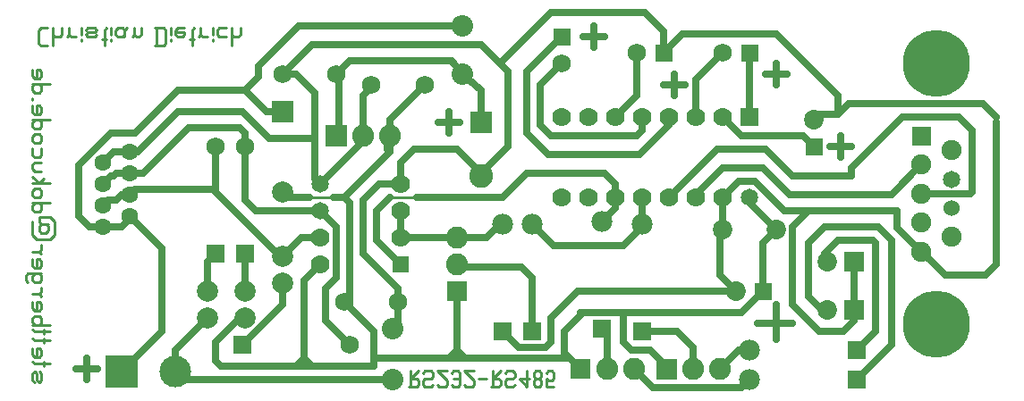
<source format=gbr>
G04 start of page 2 for group 0 idx 0
G04 Title: (unknown), Kupfer unten *
G04 Creator: pcb 20080202 *
G04 CreationDate: Mi 16 Sep 2009 19:53:06 GMT UTC *
G04 For: stettberger *
G04 Format: Gerber/RS-274X *
G04 PCB-Dimensions: 382677 150394 *
G04 PCB-Coordinate-Origin: lower left *
%MOIN*%
%FSLAX24Y24*%
%LNBACK*%
%ADD11C,0.0250*%
%ADD12C,0.0200*%
%ADD13C,0.0100*%
%ADD14C,0.2500*%
%ADD15C,0.0750*%
%ADD16C,0.0650*%
%ADD17C,0.0600*%
%ADD18C,0.0680*%
%ADD19C,0.0700*%
%ADD20C,0.0730*%
%ADD21C,0.0820*%
%ADD22C,0.0780*%
%ADD23C,0.1181*%
%ADD24C,0.0787*%
%ADD25C,0.0887*%
%ADD26C,0.0630*%
%ADD27C,0.0800*%
%ADD28C,0.0380*%
%ADD29C,0.0315*%
%ADD30C,0.1250*%
%ADD31C,0.0350*%
%ADD32C,0.0280*%
%ADD33C,0.0420*%
%ADD34C,0.0400*%
%ADD35C,0.0394*%
%ADD36C,0.0591*%
%ADD37C,0.1279*%
%ADD38C,0.0355*%
G54D11*X13200Y10039D02*Y10239D01*
X14300Y3039D03*
G54D12*G36*
X17100Y2039D02*X16300D01*
X16700Y2439D01*
X17100Y2039D01*
G37*
G36*
X11400Y1739D02*X10600D01*
X11000Y2139D01*
X11400Y1739D01*
G37*
G54D11*X30900Y6339D02*X30400Y5839D01*
X28100Y6239D02*Y4439D01*
X26500Y6639D02*Y5039D01*
X27100Y4439D01*
X30400Y5839D02*Y5539D01*
X29200Y3939D02*Y6839D01*
X27900Y3239D02*X29200D01*
X30300Y3739D02*X30500D01*
X30200Y2939D02*X29200Y3939D01*
X28200Y9739D02*X26400D01*
X28100Y9039D02*X26600D01*
X27800Y8539D02*X28900Y7439D01*
X27600Y7939D02*Y7739D01*
X29100Y8039D02*X28100Y9039D01*
X29200Y8739D02*X28200Y9739D01*
X27200Y8539D02*X27800D01*
X26600Y7939D02*X27200Y8539D01*
X26600Y9039D02*X25600Y8039D01*
X26400Y9739D02*X24600Y7939D01*
X25600Y8039D02*Y7939D01*
X27300Y10239D02*X29600D01*
X28200Y12539D02*X29000D01*
X28600Y12939D02*Y12139D01*
X26600Y10939D02*X27300Y10239D01*
X25600Y12339D02*Y10939D01*
X24800Y12539D02*Y11739D01*
X32200Y6339D02*X30900D01*
X33100Y7439D02*X31350D01*
X32400Y6839D02*X30400D01*
X32900Y6339D02*X32400Y6839D01*
X33100Y6819D02*Y7439D01*
X32880Y8039D02*X29100D01*
X31400Y8739D02*X29200D01*
X34000Y8079D02*X35840D01*
X34000Y9159D02*X32880Y8039D01*
X31400Y9039D02*Y8739D01*
X29200Y6839D02*X29800Y7439D01*
X28900D02*X31300D01*
X30400Y6839D02*X29800Y6239D01*
X31400Y5539D02*X31500Y5439D01*
X29800Y6239D02*Y4239D01*
X32300Y2939D02*Y6239D01*
X32200Y6339D01*
X31100Y2939D02*X30200D01*
X31500Y3339D02*X31100Y2939D01*
X29800Y4239D02*X30300Y3739D01*
X31500Y5439D02*Y3439D01*
X32900Y2439D02*Y6339D01*
X31600Y1139D02*X32900Y2439D01*
X31600Y2239D02*X32300Y2939D01*
X35900Y8139D02*Y10439D01*
X34880Y5039D02*X36400D01*
X36800Y5439D01*
X36300Y11439D02*X36800Y10939D01*
Y10739D02*Y5439D01*
X35400Y10939D02*X33300D01*
X33000Y11439D02*X36300D01*
X35900Y10439D02*X35400Y10939D01*
X34880Y5039D02*X33100Y6819D01*
X30600Y9839D02*X31400D01*
X31000Y10239D02*Y9439D01*
X33300Y10939D02*X31400Y9039D01*
X30200Y11039D02*X30900D01*
X32900Y11439D02*X31300D01*
X30000Y10839D02*X30200Y11039D01*
X29600Y10239D02*X30000Y9839D01*
X30900Y11339D02*Y11039D01*
Y11739D02*Y11389D01*
Y11039D02*X31300Y11439D01*
X30900Y11539D02*Y11139D01*
X24600Y10639D02*X23500Y9539D01*
X20200Y10239D02*X23400D01*
X23600Y10439D01*
X24600Y10939D02*Y10639D01*
X23600Y10939D02*Y10439D01*
X17800Y6439D02*X18400Y7039D01*
X19500Y6939D02*X20300Y6139D01*
X22200Y8839D02*X22600Y8439D01*
X23600Y6939D02*Y8039D01*
Y6839D02*Y7039D01*
X22100D02*X22600Y7539D01*
Y8439D01*
X19300Y8839D02*X22200D01*
X18400Y7939D02*X19300Y8839D01*
X18600Y9839D02*X17700Y8939D01*
X19500Y4939D02*X19100Y5339D01*
X14500Y4539D02*Y3239D01*
X19500Y2939D02*Y4939D01*
X19100Y5339D02*X16700D01*
Y2139D02*Y4539D01*
X20300Y6139D02*X21500D01*
X22300Y2739D02*Y1539D01*
X20700Y2939D02*Y2239D01*
X21300Y1539D02*X20700Y2139D01*
X20000Y2339D02*X20200Y2539D01*
X18400Y2939D02*X19000Y2339D01*
X20000D01*
X21300Y3539D02*X20700Y2939D01*
X20200Y2539D02*Y3439D01*
X21200Y4439D01*
X16200Y1939D02*X16600D01*
X16400D02*X20800D01*
X16700Y2339D02*Y1939D01*
X28600Y6939D02*Y6739D01*
X28100Y6239D01*
X28600Y6739D02*X27600Y7739D01*
X26600Y7939D02*Y6739D01*
X26500Y6639D01*
X24000Y839D02*X27300D01*
X27600Y1139D01*
X25500Y2339D02*X24900Y2939D01*
X25500Y1539D02*Y2339D01*
X28100Y4439D02*X27300Y3639D01*
X27200Y2239D02*X27600D01*
X26500Y1539D02*X27200Y2239D01*
X28600Y3939D02*Y2639D01*
X24500Y1639D02*Y1539D01*
X14600Y6439D02*X17800D01*
X14600D02*Y7439D01*
Y6839D02*Y6739D01*
Y8439D02*Y9239D01*
X15100Y9739D02*X16700D01*
X16000Y10739D02*X16800D01*
X17700Y8839D02*X17600D01*
X16700Y9739D02*X17600Y8839D01*
Y8739D01*
X17700Y8939D02*Y8739D01*
X23300Y1539D02*X24000Y839D01*
X23200Y2239D02*X23900D01*
X24500Y1639D01*
X27300Y3639D02*X21300D01*
X21200Y4439D02*X27100D01*
X23600Y7739D02*Y7939D01*
X22900Y6139D02*X23600Y6839D01*
X21400Y6139D02*X22900D01*
X24900Y2939D02*X23600D01*
X22900Y3539D02*Y2539D01*
X23200Y2239D01*
X15200Y7939D02*X18400D01*
X8800Y3439D02*X8600D01*
X7700Y2539D01*
X8700Y2439D02*X10200Y3939D01*
X7700Y2539D02*Y1839D01*
X8800Y5839D02*Y4439D01*
X12200Y4939D02*Y6839D01*
X10200Y3939D02*Y4739D01*
X11600Y5439D02*X11000Y4839D01*
X10900Y6439D02*X11600D01*
X11800Y4539D02*X12200Y4939D01*
X11800Y3339D02*Y4539D01*
X11000Y4839D02*Y1739D01*
X9200Y7439D02*X8800Y7839D01*
X11200Y7939D02*X10400D01*
X11600Y7439D02*X9200D01*
X10200Y5739D02*X10900Y6439D01*
X10100Y5739D02*X10200D01*
X12700Y7739D02*Y4239D01*
X13200Y7839D02*Y5839D01*
X12200Y6839D02*X11600Y7439D01*
X13700Y6339D02*Y7339D01*
X13200Y5839D02*X14500Y4539D01*
X12500Y4039D02*X12700Y4239D01*
X12500Y4039D02*Y3839D01*
X14600Y5439D02*X13700Y6339D01*
X12700Y2439D02*X11800Y3339D01*
X13800Y1939D02*X16300D01*
X13600Y2939D02*Y1739D01*
X12500Y4039D02*X13600Y2939D01*
X14300Y3039D02*X14500Y3239D01*
X13600Y1939D02*X13900D01*
X12300Y4039D02*X12500Y4239D01*
X13700Y7439D02*X14200Y7939D01*
X5700Y2939D02*Y4789D01*
Y5339D02*Y4739D01*
Y5339D02*Y5139D01*
X7400Y5539D02*Y4439D01*
X7700Y5839D02*X7400Y5539D01*
X7700Y8139D02*X10100Y5739D01*
X6200Y2239D02*X7400Y3439D01*
X7700Y1839D02*X7900Y1639D01*
X2500Y1539D02*X3300D01*
X6200Y1439D02*Y2239D01*
X4200Y1439D02*X5700Y2939D01*
X6500Y1139D02*X6200Y1439D01*
X2900Y1939D02*Y1139D01*
X5000Y8839D02*X6700Y10539D01*
X3500Y9239D02*X3900Y9639D01*
X4800D01*
X4000Y8839D02*X5000D01*
X8600Y10539D02*X8800Y10339D01*
X7700Y8239D02*Y9839D01*
X3500Y8439D02*X3800Y8739D01*
X3900D01*
X4000Y8839D01*
X6500Y1139D02*X14300D01*
X7900Y1639D02*X13600D01*
X6700Y10539D02*X8600D01*
X6400Y11139D02*X8700D01*
X6300Y11939D02*X8800D01*
Y10339D02*Y7839D01*
X2600Y7239D02*Y9139D01*
X3800Y10339D02*X2600Y9139D01*
X4700Y10339D02*X6300Y11939D01*
X3800Y10339D02*X4700D01*
X4800Y9639D02*X6300Y11139D01*
X6500D01*
X4500Y8039D02*X4700Y8239D01*
X7600D01*
X5700Y6039D02*Y5139D01*
X4500Y7239D02*X5700Y6039D01*
Y5739D01*
X4500Y7139D02*Y7239D01*
Y8039D02*X4600Y8139D01*
X3000Y6839D02*X2600Y7239D01*
X3000Y6839D02*X4200D01*
X3500Y7639D02*X3700Y7839D01*
X4000D01*
X4200Y8039D01*
X4500D01*
X4200Y6839D02*X4500Y7139D01*
X23700Y14839D02*X24400Y14139D01*
X20200Y14839D02*X23700D01*
X21400Y13939D02*X22200D01*
X21800Y14339D02*Y13539D01*
X24400Y13339D02*X25100Y14039D01*
X24400Y14139D02*Y13339D01*
X25100Y14039D02*X28600D01*
X26600Y13339D02*X25600Y12339D01*
X24400Y12139D02*X25200D01*
X27600Y13339D02*Y10939D01*
X28600Y14039D02*X30900Y11739D01*
X20600Y12939D02*X19800Y12139D01*
X20600Y13939D02*X19300Y12639D01*
X18300Y12939D02*X20200Y14839D01*
X19300Y12639D02*Y10339D01*
X20100Y9539D01*
X19800Y12139D02*Y10639D01*
X20200Y10239D01*
X18600Y12639D02*Y9839D01*
X20100Y9539D02*X23500D01*
X23400Y13339D02*Y11739D01*
X22600Y10939D01*
X17600Y13639D02*X18600Y12639D01*
X14200Y10839D02*Y9639D01*
Y10239D02*Y9739D01*
X14100D01*
Y10239D01*
X12200D02*Y10339D01*
X12100D01*
X13200Y10039D02*Y10139D01*
X12200Y10239D02*X12300Y10339D01*
X14600Y9239D02*X15100Y9739D01*
G54D13*X14300Y7939D02*X15200D01*
G54D11*X13800Y8439D02*X14600D01*
X16400Y11139D02*Y10339D01*
G54D13*X12100Y7939D02*X11200D01*
G54D11*X10400D02*X10200Y8139D01*
X11600Y8439D02*X13200Y10039D01*
X11400Y10839D02*Y8639D01*
X11600Y8439D01*
X12100Y7939D02*X12500D01*
X12200Y10239D02*X12100Y10339D01*
X12500Y7939D02*X12700Y7739D01*
X13800Y8439D02*X13200Y7839D01*
X12500Y7939D02*X14200Y9639D01*
X9300Y12839D02*X10800Y14339D01*
X10700Y12539D02*X10200D01*
X11300Y13639D01*
X10800Y14339D02*X16900D01*
Y12539D02*X16500Y13039D01*
X16900Y14339D02*X16700Y14539D01*
X11300Y13639D02*X17600D01*
X14200Y10839D02*X15500Y12139D01*
X13200Y11739D02*Y10239D01*
Y11739D02*X13500Y12039D01*
Y12139D02*Y12039D01*
X12300Y10339D02*Y12639D01*
X16500Y13039D02*X12700D01*
X17600Y10739D02*Y11939D01*
X16900Y12539D01*
X12300Y12639D02*X12700Y13039D01*
X11400Y10739D02*Y11839D01*
X10700Y12539D01*
X8700Y11139D02*X9700Y10139D01*
X11400D01*
X8800Y11939D02*X9600Y11139D01*
X10300D01*
X8800Y11939D02*X9300Y12439D01*
Y12839D01*
G54D13*X14900Y883D02*X15188D01*
X15260Y955D01*
Y1099D01*
X15188Y1171D02*X15260Y1099D01*
X14972Y1171D02*X15188D01*
X14972Y883D02*Y1459D01*
Y1171D02*X15260Y1459D01*
X15720Y883D02*X15792Y955D01*
X15504Y883D02*X15720D01*
X15432Y955D02*X15504Y883D01*
X15432Y955D02*Y1099D01*
X15504Y1171D01*
X15720D01*
X15792Y1243D01*
Y1387D01*
X15720Y1459D02*X15792Y1387D01*
X15504Y1459D02*X15720D01*
X15432Y1387D02*X15504Y1459D01*
X15965Y955D02*X16037Y883D01*
X16253D01*
X16325Y955D01*
Y1099D01*
X15965Y1459D02*X16325Y1099D01*
X15965Y1459D02*X16325D01*
X16498Y955D02*X16570Y883D01*
X16714D01*
X16786Y955D01*
Y1387D01*
X16714Y1459D02*X16786Y1387D01*
X16570Y1459D02*X16714D01*
X16498Y1387D02*X16570Y1459D01*
Y1171D02*X16786D01*
X16959Y955D02*X17031Y883D01*
X17247D01*
X17319Y955D01*
Y1099D01*
X16959Y1459D02*X17319Y1099D01*
X16959Y1459D02*X17319D01*
X17492Y1171D02*X17780D01*
X17953Y883D02*X18241D01*
X18313Y955D01*
Y1099D01*
X18241Y1171D02*X18313Y1099D01*
X18025Y1171D02*X18241D01*
X18025Y883D02*Y1459D01*
Y1171D02*X18313Y1459D01*
X18774Y883D02*X18846Y955D01*
X18558Y883D02*X18774D01*
X18486Y955D02*X18558Y883D01*
X18486Y955D02*Y1099D01*
X18558Y1171D01*
X18774D01*
X18846Y1243D01*
Y1387D01*
X18774Y1459D02*X18846Y1387D01*
X18558Y1459D02*X18774D01*
X18486Y1387D02*X18558Y1459D01*
X19019Y1171D02*X19307Y883D01*
X19019Y1171D02*X19379D01*
X19307Y883D02*Y1459D01*
X19552Y1387D02*X19624Y1459D01*
X19552Y1243D02*Y1387D01*
Y1243D02*X19624Y1171D01*
X19768D01*
X19840Y1243D01*
Y1387D01*
X19768Y1459D02*X19840Y1387D01*
X19624Y1459D02*X19768D01*
X19552Y1099D02*X19624Y1171D01*
X19552Y955D02*Y1099D01*
Y955D02*X19624Y883D01*
X19768D01*
X19840Y955D01*
Y1099D01*
X19768Y1171D02*X19840Y1099D01*
X20013Y883D02*X20301D01*
X20013D02*Y1171D01*
X20085Y1099D01*
X20229D01*
X20301Y1171D01*
Y1387D01*
X20229Y1459D02*X20301Y1387D01*
X20085Y1459D02*X20229D01*
X20013Y1387D02*X20085Y1459D01*
X870Y1122D02*Y1371D01*
X953Y1454D01*
X1036Y1371D02*X953Y1454D01*
X1036Y1122D02*Y1371D01*
X1119Y1039D02*X1036Y1122D01*
X1119Y1039D02*X1202Y1122D01*
Y1371D01*
X1119Y1454D01*
X953Y1039D02*X870Y1122D01*
X953Y1736D02*X1534D01*
X953D02*X870Y1819D01*
X1285Y1653D02*Y1819D01*
X870Y2068D02*Y2317D01*
X953Y1985D02*X870Y2068D01*
X953Y1985D02*X1119D01*
X1202Y2068D01*
Y2234D01*
X1119Y2317D01*
X1036Y1985D02*Y2317D01*
X1119D01*
X953Y2600D02*X1534D01*
X953D02*X870Y2683D01*
X1285Y2517D02*Y2683D01*
X953Y2932D02*X1534D01*
X953D02*X870Y3015D01*
X1285Y2849D02*Y3015D01*
X870Y3181D02*X1534D01*
X953D02*X870Y3264D01*
Y3430D01*
X953Y3513D01*
X1119D01*
X1202Y3430D02*X1119Y3513D01*
X1202Y3264D02*Y3430D01*
X1119Y3181D02*X1202Y3264D01*
X870Y3795D02*Y4044D01*
X953Y3712D02*X870Y3795D01*
X953Y3712D02*X1119D01*
X1202Y3795D01*
Y3961D01*
X1119Y4044D01*
X1036Y3712D02*Y4044D01*
X1119D01*
X870Y4327D02*X1119D01*
X1202Y4410D01*
Y4576D01*
Y4244D02*X1119Y4327D01*
X1202Y5024D02*X1119Y5107D01*
X1202Y4858D02*Y5024D01*
X1119Y4775D02*X1202Y4858D01*
X953Y4775D02*X1119D01*
X953D02*X870Y4858D01*
Y5024D01*
X953Y5107D01*
X704Y4775D02*X621Y4858D01*
Y5024D01*
X704Y5107D01*
X1202D01*
X870Y5390D02*Y5639D01*
X953Y5307D02*X870Y5390D01*
X953Y5307D02*X1119D01*
X1202Y5390D01*
Y5556D01*
X1119Y5639D01*
X1036Y5307D02*Y5639D01*
X1119D01*
X870Y5921D02*X1119D01*
X1202Y6004D01*
Y6170D01*
Y5838D02*X1119Y5921D01*
X1036Y6369D02*X1534D01*
X1036D02*X870Y6535D01*
Y7033D01*
X1119Y7199D02*X1534D01*
X1700Y7033D01*
Y6535D02*Y7033D01*
Y6535D02*X1534Y6369D01*
X1202Y6618D02*X1368D01*
X1202D02*X1119Y6701D01*
Y6867D01*
X1202Y6950D01*
X1119Y7033D01*
X1202Y6950D02*X1451D01*
X1368D02*X1451Y6867D01*
Y6701D02*Y6867D01*
Y6701D02*X1368Y6618D01*
X1119Y7033D02*Y7199D01*
X870Y7731D02*X1534D01*
X870Y7648D02*X953Y7731D01*
X870Y7482D02*Y7648D01*
X953Y7399D02*X870Y7482D01*
X953Y7399D02*X1119D01*
X1202Y7482D01*
Y7648D01*
X1119Y7731D01*
X953Y7930D02*X1119D01*
X1202Y8013D01*
Y8179D01*
X1119Y8262D01*
X953D02*X1119D01*
X870Y8179D02*X953Y8262D01*
X870Y8013D02*Y8179D01*
X953Y7930D02*X870Y8013D01*
Y8461D02*X1534D01*
X1119D02*X870Y8710D01*
X1119Y8461D02*X1285Y8627D01*
X953Y8910D02*X1202D01*
X953D02*X870Y8993D01*
Y9159D01*
X953Y9242D01*
X1202D01*
Y9524D02*Y9773D01*
X1119Y9441D02*X1202Y9524D01*
X953Y9441D02*X1119D01*
X953D02*X870Y9524D01*
Y9773D01*
X953Y9973D02*X1119D01*
X1202Y10056D01*
Y10222D01*
X1119Y10305D01*
X953D02*X1119D01*
X870Y10222D02*X953Y10305D01*
X870Y10056D02*Y10222D01*
X953Y9973D02*X870Y10056D01*
Y10836D02*X1534D01*
X870Y10753D02*X953Y10836D01*
X870Y10587D02*Y10753D01*
X953Y10504D02*X870Y10587D01*
X953Y10504D02*X1119D01*
X1202Y10587D01*
Y10753D01*
X1119Y10836D01*
X870Y11118D02*Y11367D01*
X953Y11035D02*X870Y11118D01*
X953Y11035D02*X1119D01*
X1202Y11118D01*
Y11284D01*
X1119Y11367D01*
X1036Y11035D02*Y11367D01*
X1119D01*
X870Y11567D02*Y11650D01*
Y12181D02*X1534D01*
X870Y12098D02*X953Y12181D01*
X870Y11932D02*Y12098D01*
X953Y11849D02*X870Y11932D01*
X953Y11849D02*X1119D01*
X1202Y11932D01*
Y12098D01*
X1119Y12181D01*
X870Y12463D02*Y12712D01*
X953Y12380D02*X870Y12463D01*
X953Y12380D02*X1119D01*
X1202Y12463D01*
Y12629D01*
X1119Y12712D01*
X1036Y12380D02*Y12712D01*
X1119D01*
X1183Y14269D02*X1432D01*
X1100Y14186D02*X1183Y14269D01*
X1100Y13688D02*Y14186D01*
Y13688D02*X1183Y13605D01*
X1432D01*
X1631D02*Y14269D01*
Y14020D02*X1714Y13937D01*
X1880D01*
X1963Y14020D01*
Y14269D01*
X2245Y14020D02*Y14269D01*
Y14020D02*X2328Y13937D01*
X2494D01*
X2162D02*X2245Y14020D01*
X2694Y13771D02*Y13854D01*
Y14020D02*Y14269D01*
X2943D02*X3192D01*
X3275Y14186D01*
X3192Y14103D02*X3275Y14186D01*
X2943Y14103D02*X3192D01*
X2860Y14020D02*X2943Y14103D01*
X2860Y14020D02*X2943Y13937D01*
X3192D01*
X3275Y14020D01*
X2860Y14186D02*X2943Y14269D01*
X3557Y13605D02*Y14186D01*
X3640Y14269D01*
X3474Y13854D02*X3640D01*
X3806Y13771D02*Y13854D01*
Y14020D02*Y14269D01*
X4221Y13937D02*X4304Y14020D01*
X4055Y13937D02*X4221D01*
X3972Y14020D02*X4055Y13937D01*
X3972Y14020D02*Y14186D01*
X4055Y14269D01*
X4304Y13937D02*Y14186D01*
X4387Y14269D01*
X4055D02*X4221D01*
X4304Y14186D01*
X4670Y14020D02*Y14269D01*
Y14020D02*X4753Y13937D01*
X4836D01*
X4919Y14020D01*
Y14269D01*
X4587Y13937D02*X4670Y14020D01*
X5500Y13605D02*Y14269D01*
X5749Y13605D02*X5832Y13688D01*
Y14186D01*
X5749Y14269D02*X5832Y14186D01*
X5417Y14269D02*X5749D01*
X5417Y13605D02*X5749D01*
X6031Y13771D02*Y13854D01*
Y14020D02*Y14269D01*
X6281D02*X6530D01*
X6198Y14186D02*X6281Y14269D01*
X6198Y14020D02*Y14186D01*
Y14020D02*X6281Y13937D01*
X6447D01*
X6530Y14020D01*
X6198Y14103D02*X6530D01*
Y14020D02*Y14103D01*
X6812Y13605D02*Y14186D01*
X6895Y14269D01*
X6729Y13854D02*X6895D01*
X7144Y14020D02*Y14269D01*
Y14020D02*X7227Y13937D01*
X7393D01*
X7061D02*X7144Y14020D01*
X7592Y13771D02*Y13854D01*
Y14020D02*Y14269D01*
X7842Y13937D02*X8091D01*
X7759Y14020D02*X7842Y13937D01*
X7759Y14020D02*Y14186D01*
X7842Y14269D01*
X8091D01*
X8290Y13605D02*Y14269D01*
Y14020D02*X8373Y13937D01*
X8539D01*
X8622Y14020D01*
Y14269D01*
G54D12*G36*
X31260Y1479D02*Y799D01*
X31940D01*
Y1479D01*
X31260D01*
G37*
G36*
X31135Y4104D02*Y3374D01*
X31865D01*
Y4104D01*
X31135D01*
G37*
G36*
Y5904D02*Y5174D01*
X31865D01*
Y5904D01*
X31135D01*
G37*
G36*
X31260Y2579D02*Y1899D01*
X31940D01*
Y2579D01*
X31260D01*
G37*
G54D14*X34560Y3219D03*
G54D12*G36*
X33650Y10589D02*Y9889D01*
X34350D01*
Y10589D01*
X33650D01*
G37*
G54D15*X34000Y9159D03*
X35120Y9699D03*
G54D16*Y8619D03*
G54D14*X34560Y12939D03*
G54D15*X34000Y8079D03*
Y6999D03*
Y5919D03*
G54D17*X35120Y7539D03*
G54D15*Y6459D03*
G54D12*G36*
X24085Y13654D02*Y13024D01*
X24715D01*
Y13654D01*
X24085D01*
G37*
G54D18*X23400Y13339D03*
G54D19*X23600Y10939D03*
X22600D03*
X21600D03*
X20600D03*
Y7939D03*
X21600D03*
X22600D03*
X23600D03*
G54D12*G36*
X20285Y14254D02*Y13624D01*
X20915D01*
Y14254D01*
X20285D01*
G37*
G54D18*X20600Y12939D03*
G54D20*X28600Y6739D03*
G54D12*G36*
X27275Y11264D02*Y10614D01*
X27925D01*
Y11264D01*
X27275D01*
G37*
G54D19*X26600Y10939D03*
X25600D03*
G54D12*G36*
X29685Y10154D02*Y9524D01*
X30315D01*
Y10154D01*
X29685D01*
G37*
G54D20*X30000Y10839D03*
G54D19*X24600Y10939D03*
Y7939D03*
X25600D03*
X26600D03*
G54D16*X27600D03*
G54D12*G36*
X27285Y13654D02*Y13024D01*
X27915D01*
Y13654D01*
X27285D01*
G37*
G54D18*X26600Y13339D03*
G54D12*G36*
X21760Y3379D02*Y2699D01*
X22440D01*
Y3379D01*
X21760D01*
G37*
G54D21*X22300Y1539D03*
X23300D03*
G54D12*G36*
X23260Y3279D02*Y2599D01*
X23940D01*
Y3279D01*
X23260D01*
G37*
G54D22*X22100Y7039D03*
G54D12*G36*
X20940Y1899D02*Y1179D01*
X21660D01*
Y1899D01*
X20940D01*
G37*
G36*
X24115Y1924D02*Y1154D01*
X24885D01*
Y1924D01*
X24115D01*
G37*
G54D21*X25500Y1539D03*
X26500D03*
G54D22*X23600Y6939D03*
G54D20*X26600Y6739D03*
G54D12*G36*
X27785Y4754D02*Y4124D01*
X28415D01*
Y4754D01*
X27785D01*
G37*
G54D20*X27100Y4439D03*
G54D22*X27600Y1139D03*
G54D20*X30500Y3739D03*
Y5539D03*
G54D22*X27600Y2239D03*
G54D12*G36*
X16340Y4799D02*Y4079D01*
X17060D01*
Y4799D01*
X16340D01*
G37*
G54D21*X16700Y5439D03*
G54D12*G36*
X18060Y3279D02*Y2599D01*
X18740D01*
Y3279D01*
X18060D01*
G37*
G36*
X19160D02*Y2599D01*
X19840D01*
Y3279D01*
X19160D01*
G37*
G54D18*X13500Y12139D03*
X12700Y2439D03*
X12500Y4039D03*
G54D21*X16700Y6439D03*
G54D12*G36*
X14300Y5739D02*Y5139D01*
X14900D01*
Y5739D01*
X14300D01*
G37*
G54D19*X14600Y6439D03*
Y7439D03*
Y8439D03*
G54D18*X14500Y4039D03*
G54D12*G36*
X11790Y10649D02*Y9829D01*
X12610D01*
Y10649D01*
X11790D01*
G37*
G36*
X9806Y11533D02*Y10745D01*
X10593D01*
Y11533D01*
X9806D01*
G37*
G54D16*X11600Y8439D03*
G54D18*X12200Y12539D03*
X10200D03*
G54D12*G36*
X3609Y2030D02*Y848D01*
X4790D01*
Y2030D01*
X3609D01*
G37*
G54D23*X6200Y1439D03*
G54D19*X11600Y5439D03*
G54D24*X10200Y4739D03*
G54D12*G36*
X8360Y2779D02*Y2099D01*
X9040D01*
Y2779D01*
X8360D01*
G37*
G54D24*X8800Y4439D03*
Y3439D03*
X7400D03*
Y4439D03*
G54D21*X13200Y10239D03*
X14200D03*
G54D12*G36*
X17206Y11133D02*Y10345D01*
X17993D01*
Y11133D01*
X17206D01*
G37*
G54D18*X15500Y12139D03*
G54D22*X18400Y6939D03*
G54D25*X17600Y8739D03*
G54D22*X19500Y6939D03*
G54D16*X11600Y7439D03*
G54D19*Y6439D03*
G54D12*G36*
X7360Y6179D02*Y5499D01*
X8040D01*
Y6179D01*
X7360D01*
G37*
G54D18*X7700Y9839D03*
G54D24*X10200Y8139D03*
G54D12*G36*
X8460Y6179D02*Y5499D01*
X9140D01*
Y6179D01*
X8460D01*
G37*
G54D18*X8800Y9839D03*
G54D24*X10200Y5739D03*
G54D26*X3500Y8439D03*
X4500Y9639D03*
X3500Y9239D03*
X4500Y8839D03*
Y7239D03*
Y8039D03*
X3500Y7639D03*
Y6839D03*
G54D17*X8800Y4439D03*
Y5839D03*
G54D27*X16900Y12539D03*
Y14339D03*
X14300Y3039D03*
Y1139D03*
G54D28*G54D29*G54D28*G54D30*G54D31*G54D30*G54D31*G54D29*G54D32*G54D29*G54D32*G54D29*G54D32*G54D29*G54D28*G54D33*G54D28*G54D33*G54D28*G54D29*G54D28*G54D29*G54D28*G54D33*G54D28*G54D29*G54D28*G54D29*G54D33*G54D32*G54D29*G54D34*G54D35*G54D32*G54D29*G54D36*G54D32*G54D35*G54D28*G54D35*G54D37*G54D34*G54D35*G54D29*G54D28*G54D35*G54D28*G54D32*G54D28*G54D35*G54D28*G54D35*G54D38*G54D37*G54D38*G54D31*M02*

</source>
